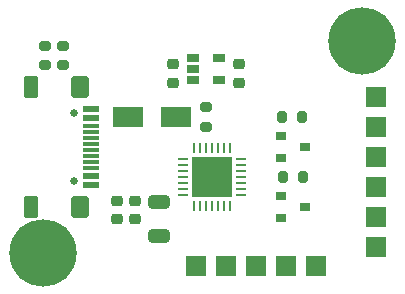
<source format=gbr>
%TF.GenerationSoftware,KiCad,Pcbnew,(5.99.0-8805-ge26c912b86)*%
%TF.CreationDate,2021-02-03T20:46:21+01:00*%
%TF.ProjectId,USB-CP2102-only,5553422d-4350-4323-9130-322d6f6e6c79,rev?*%
%TF.SameCoordinates,Original*%
%TF.FileFunction,Soldermask,Top*%
%TF.FilePolarity,Negative*%
%FSLAX46Y46*%
G04 Gerber Fmt 4.6, Leading zero omitted, Abs format (unit mm)*
G04 Created by KiCad (PCBNEW (5.99.0-8805-ge26c912b86)) date 2021-02-03 20:46:21*
%MOMM*%
%LPD*%
G01*
G04 APERTURE LIST*
G04 Aperture macros list*
%AMRoundRect*
0 Rectangle with rounded corners*
0 $1 Rounding radius*
0 $2 $3 $4 $5 $6 $7 $8 $9 X,Y pos of 4 corners*
0 Add a 4 corners polygon primitive as box body*
4,1,4,$2,$3,$4,$5,$6,$7,$8,$9,$2,$3,0*
0 Add four circle primitives for the rounded corners*
1,1,$1+$1,$2,$3*
1,1,$1+$1,$4,$5*
1,1,$1+$1,$6,$7*
1,1,$1+$1,$8,$9*
0 Add four rect primitives between the rounded corners*
20,1,$1+$1,$2,$3,$4,$5,0*
20,1,$1+$1,$4,$5,$6,$7,0*
20,1,$1+$1,$6,$7,$8,$9,0*
20,1,$1+$1,$8,$9,$2,$3,0*%
G04 Aperture macros list end*
%ADD10RoundRect,0.225000X0.250000X-0.225000X0.250000X0.225000X-0.250000X0.225000X-0.250000X-0.225000X0*%
%ADD11C,5.700000*%
%ADD12R,1.700000X1.700000*%
%ADD13R,0.900000X0.800000*%
%ADD14RoundRect,0.200000X-0.275000X0.200000X-0.275000X-0.200000X0.275000X-0.200000X0.275000X0.200000X0*%
%ADD15RoundRect,0.200000X-0.200000X-0.275000X0.200000X-0.275000X0.200000X0.275000X-0.200000X0.275000X0*%
%ADD16R,1.060000X0.650000*%
%ADD17C,0.650000*%
%ADD18R,1.450000X0.600000*%
%ADD19R,1.450000X0.300000*%
%ADD20RoundRect,0.145000X-0.580000X0.755000X-0.580000X-0.755000X0.580000X-0.755000X0.580000X0.755000X0*%
%ADD21RoundRect,0.120000X-0.480000X0.780000X-0.480000X-0.780000X0.480000X-0.780000X0.480000X0.780000X0*%
%ADD22RoundRect,0.062500X-0.337500X-0.062500X0.337500X-0.062500X0.337500X0.062500X-0.337500X0.062500X0*%
%ADD23RoundRect,0.062500X-0.062500X-0.337500X0.062500X-0.337500X0.062500X0.337500X-0.062500X0.337500X0*%
%ADD24R,3.350000X3.350000*%
%ADD25RoundRect,0.225000X-0.250000X0.225000X-0.250000X-0.225000X0.250000X-0.225000X0.250000X0.225000X0*%
%ADD26RoundRect,0.200000X0.275000X-0.200000X0.275000X0.200000X-0.275000X0.200000X-0.275000X-0.200000X0*%
%ADD27R,2.500000X1.800000*%
%ADD28RoundRect,0.250000X-0.650000X0.325000X-0.650000X-0.325000X0.650000X-0.325000X0.650000X0.325000X0*%
G04 APERTURE END LIST*
D10*
%TO.C,C15*%
X160795000Y-126109000D03*
X160795000Y-124559000D03*
%TD*%
D11*
%TO.C,HO1*%
X153000000Y-129000000D03*
%TD*%
%TO.C,HO2*%
X180000000Y-111000000D03*
%TD*%
D12*
%TO.C,J1*%
X173520400Y-130109200D03*
%TD*%
%TO.C,J2*%
X170980400Y-130109200D03*
%TD*%
%TO.C,J4*%
X165900400Y-130109200D03*
%TD*%
%TO.C,J5*%
X168440400Y-130109200D03*
%TD*%
%TO.C,J8*%
X176060400Y-130109200D03*
%TD*%
D13*
%TO.C,Q6*%
X173130000Y-119050000D03*
X173130000Y-120950000D03*
X175130000Y-120000000D03*
%TD*%
%TO.C,Q7*%
X173130000Y-124130000D03*
X173130000Y-126030000D03*
X175130000Y-125080000D03*
%TD*%
D14*
%TO.C,R26*%
X166764000Y-116635000D03*
X166764000Y-118285000D03*
%TD*%
D15*
%TO.C,R28*%
X173305000Y-122540000D03*
X174955000Y-122540000D03*
%TD*%
D16*
%TO.C,U4*%
X165664000Y-112446000D03*
X165664000Y-113396000D03*
X165664000Y-114346000D03*
X167864000Y-114346000D03*
X167864000Y-112446000D03*
%TD*%
D17*
%TO.C,J7*%
X155600000Y-117110000D03*
X155600000Y-122890000D03*
D18*
X157045000Y-116750000D03*
X157045000Y-117550000D03*
D19*
X157045000Y-118750000D03*
X157045000Y-119750000D03*
X157045000Y-120250000D03*
X157045000Y-121250000D03*
D18*
X157045000Y-122450000D03*
X157045000Y-123250000D03*
X157045000Y-123250000D03*
X157045000Y-122450000D03*
D19*
X157045000Y-121750000D03*
X157045000Y-120750000D03*
X157045000Y-119250000D03*
X157045000Y-118250000D03*
D18*
X157045000Y-117550000D03*
X157045000Y-116750000D03*
D20*
X156130000Y-114930000D03*
D21*
X151950000Y-125070000D03*
X151950000Y-114930000D03*
D20*
X156130000Y-125070000D03*
%TD*%
D22*
%TO.C,U5*%
X164822000Y-121040000D03*
X164822000Y-121540000D03*
X164822000Y-122040000D03*
X164822000Y-122540000D03*
X164822000Y-123040000D03*
X164822000Y-123540000D03*
X164822000Y-124040000D03*
D23*
X165772000Y-124990000D03*
X166272000Y-124990000D03*
X166772000Y-124990000D03*
X167272000Y-124990000D03*
X167772000Y-124990000D03*
X168272000Y-124990000D03*
X168772000Y-124990000D03*
D22*
X169722000Y-124040000D03*
X169722000Y-123540000D03*
X169722000Y-123040000D03*
X169722000Y-122540000D03*
X169722000Y-122040000D03*
X169722000Y-121540000D03*
X169722000Y-121040000D03*
D23*
X168772000Y-120090000D03*
X168272000Y-120090000D03*
X167772000Y-120090000D03*
X167272000Y-120090000D03*
X166772000Y-120090000D03*
X166272000Y-120090000D03*
X165772000Y-120090000D03*
D24*
X167272000Y-122540000D03*
%TD*%
D15*
%TO.C,R27*%
X173242000Y-117460000D03*
X174892000Y-117460000D03*
%TD*%
D25*
%TO.C,C14*%
X169558000Y-113002000D03*
X169558000Y-114552000D03*
%TD*%
%TO.C,C13*%
X163970000Y-113002000D03*
X163970000Y-114552000D03*
%TD*%
D26*
%TO.C,R25*%
X154699000Y-113078000D03*
X154699000Y-111428000D03*
%TD*%
D27*
%TO.C,D2*%
X164192000Y-117460000D03*
X160192000Y-117460000D03*
%TD*%
D28*
%TO.C,C16*%
X162827000Y-124621000D03*
X162827000Y-127571000D03*
%TD*%
D26*
%TO.C,R24*%
X153175000Y-113078000D03*
X153175000Y-111428000D03*
%TD*%
D10*
%TO.C,C17*%
X159271000Y-126109000D03*
X159271000Y-124559000D03*
%TD*%
D12*
%TO.C,J3*%
X181140400Y-115744000D03*
%TD*%
%TO.C,J11*%
X181140400Y-125904000D03*
%TD*%
%TO.C,J9*%
X181140400Y-123364000D03*
%TD*%
%TO.C,J6*%
X181140400Y-128444000D03*
%TD*%
%TO.C,J10*%
X181140400Y-118284000D03*
%TD*%
%TO.C,J12*%
X181140400Y-120824000D03*
%TD*%
M02*

</source>
